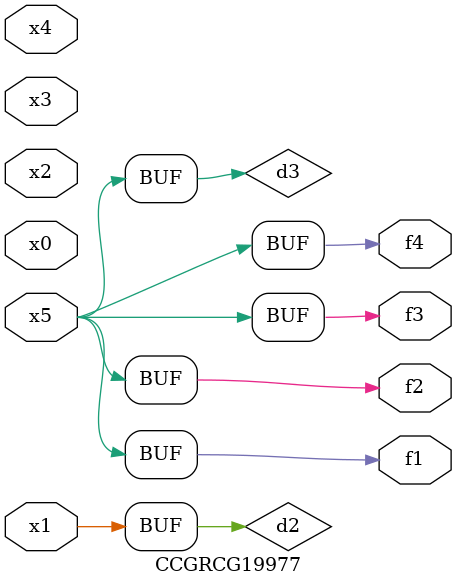
<source format=v>
module CCGRCG19977(
	input x0, x1, x2, x3, x4, x5,
	output f1, f2, f3, f4
);

	wire d1, d2, d3;

	not (d1, x5);
	or (d2, x1);
	xnor (d3, d1);
	assign f1 = d3;
	assign f2 = d3;
	assign f3 = d3;
	assign f4 = d3;
endmodule

</source>
